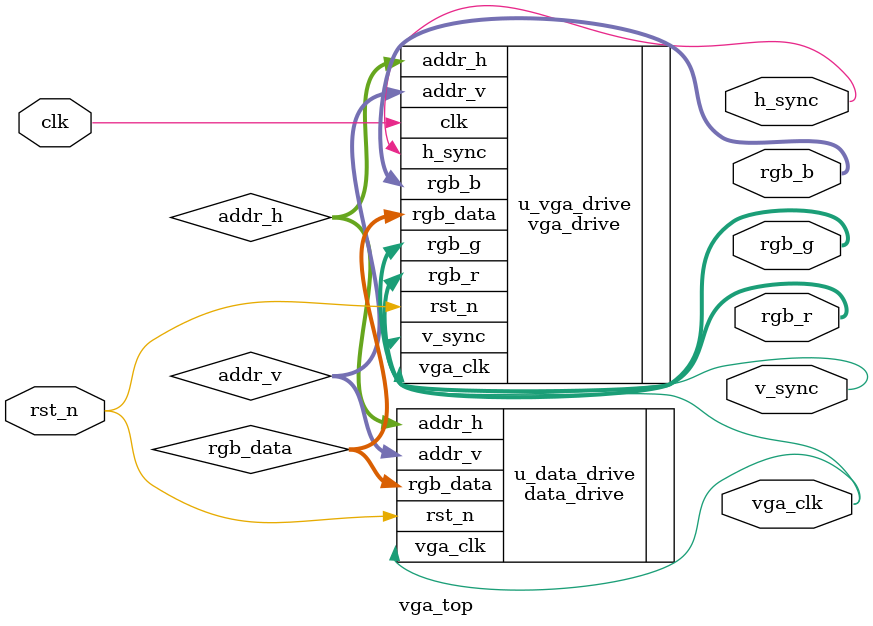
<source format=v>
module vga_top (input			wire						clk,
                input			wire						rst_n,
                output			wire						vga_clk,
                output			wire						h_sync,
                output			wire						v_sync,
                output			wire		[ 7:0 ]			rgb_r,
                output			wire		[ 7:0 ]			rgb_g,
                output			wire		[ 7:0 ]			rgb_b
);

reg			[ 27:0 ]			cnt			        ;
wire		[ 11:0 ]		    addr_h              ;
wire		[ 11:0 ]		    addr_v              ;
wire		[ 23:0 ]			rgb_data			;

//vga模块
vga_drive u_vga_drive(
.clk      ( clk ),
.rst_n    ( rst_n ),
.rgb_data ( rgb_data ),
.vga_clk  ( vga_clk ),
.h_sync   ( h_sync ),
.v_sync   ( v_sync ),
.rgb_r    ( rgb_r ),
.rgb_g    ( rgb_g ),
.rgb_b    ( rgb_b ),
.addr_h   ( addr_h ),
.addr_v   ( addr_v )
);

//数据模块
data_drive u_data_drive(
.vga_clk ( vga_clk ),
.rst_n   ( rst_n ),
.addr_h  ( addr_h ),
.addr_v  ( addr_v ),
.rgb_data  ( rgb_data )
);



endmodule // vga_top


</source>
